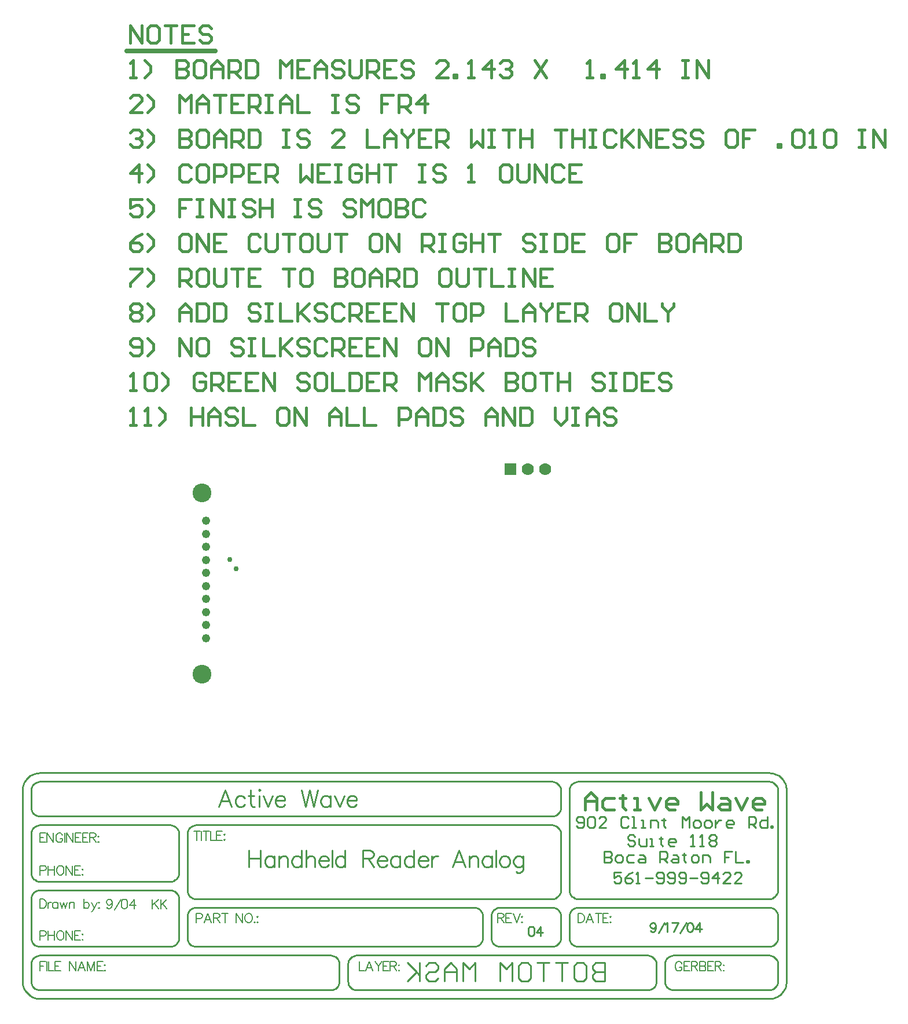
<source format=gbs>
%FSLAX24Y24*%
%MOIN*%
G70*
G01*
G75*
%ADD10C,0.0080*%
%ADD11R,0.0300X0.0300*%
%ADD12R,0.0800X0.0236*%
%ADD13R,0.0236X0.1100*%
%ADD14R,0.0236X0.0800*%
%ADD15R,0.0236X0.0700*%
%ADD16R,0.0236X0.1000*%
%ADD17R,0.0945X0.0236*%
%ADD18R,0.0700X0.0236*%
%ADD19R,0.0650X0.0236*%
%ADD20R,0.0200X0.0500*%
%ADD21R,0.0472X0.0472*%
%ADD22O,0.0600X0.0160*%
%ADD23O,0.0160X0.0600*%
%ADD24O,0.0800X0.0240*%
%ADD25R,0.0360X0.0360*%
%ADD26R,0.0200X0.0300*%
%ADD27R,0.0360X0.0500*%
%ADD28R,0.1000X0.0236*%
%ADD29R,0.0236X0.0945*%
%ADD30R,0.1500X0.0700*%
%ADD31R,0.0394X0.0413*%
%ADD32R,0.0413X0.0866*%
%ADD33R,0.0413X0.0800*%
%ADD34R,0.0400X0.0550*%
%ADD35O,0.0140X0.0600*%
%ADD36R,0.0600X0.0500*%
%ADD37R,0.2000X0.0700*%
%ADD38R,0.0500X0.0360*%
%ADD39R,0.0236X0.0236*%
%ADD40R,0.0550X0.0400*%
%ADD41C,0.0120*%
%ADD42R,0.0394X0.0394*%
%ADD43R,0.0394X0.0197*%
%ADD44R,0.0700X0.1500*%
%ADD45R,0.1100X0.0236*%
%ADD46R,0.0500X0.0500*%
%ADD47R,0.0500X0.0400*%
%ADD48C,0.0140*%
%ADD49C,0.0120*%
%ADD50C,0.0200*%
%ADD51C,0.0300*%
%ADD52C,0.0100*%
%ADD53C,0.0060*%
%ADD54C,0.0090*%
%ADD55C,0.0050*%
%ADD56C,0.0150*%
%ADD57C,0.0250*%
%ADD58C,0.0620*%
%ADD59R,0.0620X0.0620*%
%ADD60C,0.1000*%
%ADD61C,0.0400*%
%ADD62C,0.0220*%
%ADD63C,0.0030*%
%ADD64R,0.0380X0.0380*%
%ADD65R,0.0880X0.0316*%
%ADD66R,0.0316X0.1180*%
%ADD67R,0.0316X0.0880*%
%ADD68R,0.0316X0.0780*%
%ADD69R,0.0316X0.1080*%
%ADD70R,0.1025X0.0316*%
%ADD71R,0.0780X0.0316*%
%ADD72R,0.0730X0.0316*%
%ADD73R,0.0280X0.0580*%
%ADD74R,0.0552X0.0552*%
%ADD75O,0.0680X0.0240*%
%ADD76O,0.0240X0.0680*%
%ADD77O,0.0880X0.0320*%
%ADD78R,0.0440X0.0440*%
%ADD79R,0.0280X0.0380*%
%ADD80R,0.0440X0.0580*%
%ADD81R,0.1080X0.0316*%
%ADD82R,0.0316X0.1025*%
%ADD83R,0.1580X0.0780*%
%ADD84R,0.0474X0.0493*%
%ADD85R,0.0493X0.0946*%
%ADD86R,0.0493X0.0880*%
%ADD87R,0.0480X0.0630*%
%ADD88O,0.0220X0.0680*%
%ADD89R,0.0680X0.0580*%
%ADD90R,0.2080X0.0780*%
%ADD91R,0.0580X0.0440*%
%ADD92R,0.0316X0.0316*%
%ADD93R,0.0630X0.0480*%
%ADD94C,0.0200*%
%ADD95R,0.0474X0.0474*%
%ADD96R,0.0474X0.0277*%
%ADD97R,0.0780X0.1580*%
%ADD98R,0.1180X0.0316*%
%ADD99R,0.0580X0.0580*%
%ADD100R,0.0580X0.0480*%
%ADD101C,0.0700*%
%ADD102R,0.0700X0.0700*%
%ADD103C,0.1080*%
%ADD104C,0.0480*%
%ADD105C,0.0300*%
D10*
X79191Y52957D02*
X79165Y52881D01*
X79114Y52830D01*
X79038Y52805D01*
X79013D01*
X78937Y52830D01*
X78886Y52881D01*
X78860Y52957D01*
Y52983D01*
X78886Y53059D01*
X78937Y53110D01*
X79013Y53135D01*
X79038D01*
X79114Y53110D01*
X79165Y53059D01*
X79191Y52957D01*
Y52830D01*
X79165Y52704D01*
X79114Y52627D01*
X79038Y52602D01*
X78987D01*
X78911Y52627D01*
X78886Y52678D01*
X79335Y52526D02*
X79691Y53135D01*
X79879D02*
X79803Y53110D01*
X79752Y53034D01*
X79726Y52907D01*
Y52830D01*
X79752Y52704D01*
X79803Y52627D01*
X79879Y52602D01*
X79929D01*
X80006Y52627D01*
X80056Y52704D01*
X80082Y52830D01*
Y52907D01*
X80056Y53034D01*
X80006Y53110D01*
X79929Y53135D01*
X79879D01*
X80455D02*
X80201Y52780D01*
X80582D01*
X80455Y53135D02*
Y52602D01*
X81514Y53135D02*
Y52602D01*
X81869Y53135D02*
X81514Y52780D01*
X81641Y52907D02*
X81869Y52602D01*
X81989Y53135D02*
Y52602D01*
X82344Y53135D02*
X81989Y52780D01*
X82116Y52907D02*
X82344Y52602D01*
D52*
X107579Y49478D02*
Y48411D01*
X107045D01*
X106868Y48589D01*
Y48767D01*
X107045Y48944D01*
X107579D01*
X107045D01*
X106868Y49122D01*
Y49300D01*
X107045Y49478D01*
X107579D01*
X105979D02*
X106334D01*
X106512Y49300D01*
Y48589D01*
X106334Y48411D01*
X105979D01*
X105801Y48589D01*
Y49300D01*
X105979Y49478D01*
X105446D02*
X104735D01*
X105090D01*
Y48411D01*
X104380Y49478D02*
X103669D01*
X104024D01*
Y48411D01*
X102780Y49478D02*
X103136D01*
X103313Y49300D01*
Y48589D01*
X103136Y48411D01*
X102780D01*
X102602Y48589D01*
Y49300D01*
X102780Y49478D01*
X102247Y48411D02*
Y49478D01*
X101891Y49122D01*
X101536Y49478D01*
Y48411D01*
X100114D02*
Y49478D01*
X99759Y49122D01*
X99403Y49478D01*
Y48411D01*
X99048D02*
Y49122D01*
X98693Y49478D01*
X98337Y49122D01*
Y48411D01*
Y48944D01*
X99048D01*
X97271Y49300D02*
X97449Y49478D01*
X97804D01*
X97982Y49300D01*
Y49122D01*
X97804Y48944D01*
X97449D01*
X97271Y48767D01*
Y48589D01*
X97449Y48411D01*
X97804D01*
X97982Y48589D01*
X96915Y49478D02*
Y48411D01*
Y48767D01*
X96204Y49478D01*
X96738Y48944D01*
X96204Y48411D01*
X117531Y52173D02*
X117521Y52268D01*
X117494Y52360D01*
X117448Y52445D01*
X117387Y52519D01*
X117313Y52580D01*
X117228Y52625D01*
X117136Y52653D01*
X117041Y52663D01*
X106031D02*
X105933Y52653D01*
X105839Y52624D01*
X105753Y52578D01*
X105677Y52516D01*
X105615Y52440D01*
X105569Y52354D01*
X105540Y52260D01*
X105531Y52163D01*
X117031Y53163D02*
X117128Y53172D01*
X117222Y53201D01*
X117309Y53247D01*
X117384Y53309D01*
X117447Y53385D01*
X117493Y53471D01*
X117521Y53565D01*
X117531Y53663D01*
X105531D02*
X105540Y53565D01*
X105569Y53471D01*
X105615Y53385D01*
X105677Y53309D01*
X105753Y53247D01*
X105839Y53201D01*
X105933Y53172D01*
X106031Y53163D01*
X75031Y60413D02*
X74933Y60408D01*
X74836Y60393D01*
X74741Y60369D01*
X74648Y60336D01*
X74559Y60294D01*
X74475Y60244D01*
X74396Y60186D01*
X74324Y60120D01*
X74258Y60047D01*
X74199Y59968D01*
X74149Y59884D01*
X74107Y59795D01*
X74074Y59703D01*
X74050Y59608D01*
X74036Y59511D01*
X74031Y59413D01*
Y48423D02*
X74036Y48325D01*
X74050Y48228D01*
X74073Y48132D01*
X74106Y48040D01*
X74148Y47951D01*
X74197Y47867D01*
X74255Y47788D01*
X74320Y47715D01*
X74392Y47648D01*
X74471Y47589D01*
X74554Y47538D01*
X74642Y47495D01*
X74734Y47460D01*
X74829Y47435D01*
X74925Y47419D01*
X75023Y47413D01*
X117031Y47413D02*
X117129Y47417D01*
X117226Y47432D01*
X117321Y47456D01*
X117414Y47489D01*
X117502Y47531D01*
X117586Y47581D01*
X117665Y47639D01*
X117738Y47705D01*
X117804Y47778D01*
X117862Y47857D01*
X117913Y47941D01*
X117955Y48030D01*
X117988Y48122D01*
X118012Y48217D01*
X118026Y48314D01*
X118031Y48413D01*
Y59413D02*
X118026Y59511D01*
X118012Y59608D01*
X117988Y59703D01*
X117955Y59795D01*
X117913Y59884D01*
X117862Y59968D01*
X117804Y60047D01*
X117738Y60120D01*
X117665Y60186D01*
X117586Y60244D01*
X117502Y60294D01*
X117414Y60336D01*
X117321Y60369D01*
X117226Y60393D01*
X117129Y60408D01*
X117031Y60413D01*
X117531Y59423D02*
X117521Y59520D01*
X117492Y59614D01*
X117445Y59700D01*
X117381Y59775D01*
X117304Y59836D01*
X117216Y59880D01*
X117122Y59906D01*
X117024Y59912D01*
X117031Y50413D02*
X117128Y50422D01*
X117222Y50451D01*
X117309Y50497D01*
X117384Y50559D01*
X117447Y50635D01*
X117493Y50721D01*
X117521Y50815D01*
X117531Y50913D01*
X117531Y49421D02*
X117520Y49518D01*
X117490Y49610D01*
X117444Y49695D01*
X117381Y49769D01*
X117306Y49830D01*
X117220Y49875D01*
X117127Y49903D01*
X117031Y49913D01*
Y47913D02*
X117128Y47922D01*
X117222Y47951D01*
X117309Y47997D01*
X117384Y48059D01*
X117447Y48135D01*
X117493Y48221D01*
X117521Y48315D01*
X117531Y48413D01*
X104531Y50413D02*
X104628Y50422D01*
X104722Y50451D01*
X104809Y50497D01*
X104884Y50559D01*
X104947Y50635D01*
X104993Y50721D01*
X105021Y50815D01*
X105031Y50913D01*
X105531Y50903D02*
X105540Y50806D01*
X105569Y50713D01*
X105615Y50628D01*
X105677Y50553D01*
X105753Y50492D01*
X105839Y50447D01*
X105933Y50421D01*
X106029Y50413D01*
X105031Y52173D02*
X105021Y52268D01*
X104994Y52360D01*
X104948Y52445D01*
X104887Y52519D01*
X104813Y52580D01*
X104728Y52625D01*
X104636Y52653D01*
X104541Y52663D01*
X74531Y48413D02*
X74540Y48316D01*
X74568Y48223D01*
X74613Y48137D01*
X74674Y48062D01*
X74749Y48000D01*
X74833Y47953D01*
X74926Y47924D01*
X75022Y47913D01*
X104540Y53162D02*
X104636Y53174D01*
X104728Y53203D01*
X104813Y53250D01*
X104888Y53312D01*
X104948Y53387D01*
X104994Y53473D01*
X105022Y53566D01*
X105031Y53663D01*
X75031Y49913D02*
X74933Y49903D01*
X74839Y49874D01*
X74753Y49828D01*
X74677Y49766D01*
X74615Y49690D01*
X74569Y49604D01*
X74540Y49510D01*
X74531Y49413D01*
X105031Y56913D02*
X105021Y57010D01*
X104993Y57104D01*
X104947Y57190D01*
X104884Y57266D01*
X104809Y57328D01*
X104722Y57374D01*
X104628Y57403D01*
X104531Y57413D01*
Y57913D02*
X104628Y57922D01*
X104722Y57951D01*
X104809Y57997D01*
X104884Y58059D01*
X104947Y58135D01*
X104993Y58221D01*
X105021Y58315D01*
X105031Y58413D01*
X106031Y59913D02*
X105933Y59903D01*
X105839Y59874D01*
X105753Y59828D01*
X105677Y59766D01*
X105615Y59690D01*
X105569Y59604D01*
X105540Y59510D01*
X105531Y59413D01*
X105031D02*
X105021Y59510D01*
X104993Y59604D01*
X104947Y59690D01*
X104884Y59766D01*
X104809Y59828D01*
X104722Y59874D01*
X104628Y59903D01*
X104531Y59913D01*
X75031D02*
X74933Y59903D01*
X74839Y59874D01*
X74753Y59828D01*
X74677Y59766D01*
X74615Y59690D01*
X74569Y59604D01*
X74540Y59510D01*
X74531Y59413D01*
Y58413D02*
X74540Y58315D01*
X74569Y58221D01*
X74615Y58135D01*
X74677Y58059D01*
X74753Y57997D01*
X74839Y57951D01*
X74933Y57922D01*
X75031Y57913D01*
Y57413D02*
X74933Y57403D01*
X74839Y57374D01*
X74753Y57328D01*
X74677Y57266D01*
X74615Y57190D01*
X74569Y57104D01*
X74540Y57010D01*
X74531Y56913D01*
Y54663D02*
X74540Y54565D01*
X74569Y54471D01*
X74615Y54385D01*
X74677Y54309D01*
X74753Y54247D01*
X74839Y54201D01*
X74933Y54172D01*
X75031Y54163D01*
Y53663D02*
X74933Y53653D01*
X74839Y53624D01*
X74753Y53578D01*
X74677Y53516D01*
X74615Y53440D01*
X74569Y53354D01*
X74540Y53260D01*
X74531Y53163D01*
Y50913D02*
X74540Y50816D01*
X74568Y50723D01*
X74613Y50637D01*
X74674Y50562D01*
X74749Y50500D01*
X74833Y50453D01*
X74926Y50424D01*
X75022Y50413D01*
X84031Y57413D02*
X83933Y57403D01*
X83839Y57374D01*
X83753Y57328D01*
X83677Y57266D01*
X83615Y57190D01*
X83569Y57104D01*
X83540Y57010D01*
X83531Y56913D01*
X84031Y52663D02*
X83933Y52653D01*
X83839Y52624D01*
X83753Y52578D01*
X83677Y52516D01*
X83615Y52440D01*
X83569Y52354D01*
X83540Y52260D01*
X83531Y52163D01*
X101511Y52663D02*
X101414Y52653D01*
X101321Y52624D01*
X101236Y52576D01*
X101163Y52513D01*
X101103Y52436D01*
X101060Y52349D01*
X101036Y52254D01*
X101031Y52157D01*
X101031Y50923D02*
X101040Y50824D01*
X101069Y50729D01*
X101115Y50642D01*
X101177Y50565D01*
X101253Y50502D01*
X101340Y50454D01*
X101434Y50424D01*
X101532Y50413D01*
X100041Y50413D02*
X100137Y50422D01*
X100230Y50451D01*
X100316Y50497D01*
X100390Y50559D01*
X100451Y50635D01*
X100496Y50721D01*
X100523Y50814D01*
X100531Y50911D01*
X100531Y52173D02*
X100521Y52268D01*
X100494Y52360D01*
X100448Y52445D01*
X100387Y52519D01*
X100313Y52580D01*
X100228Y52625D01*
X100136Y52653D01*
X100041Y52663D01*
X82541Y50413D02*
X82636Y50422D01*
X82728Y50450D01*
X82813Y50495D01*
X82887Y50556D01*
X82948Y50630D01*
X82994Y50715D01*
X83021Y50807D01*
X83031Y50903D01*
X83531D02*
X83540Y50807D01*
X83568Y50715D01*
X83613Y50630D01*
X83674Y50556D01*
X83749Y50495D01*
X83833Y50450D01*
X83925Y50422D01*
X84021Y50413D01*
X83531Y53653D02*
X83540Y53557D01*
X83568Y53465D01*
X83613Y53380D01*
X83674Y53306D01*
X83749Y53245D01*
X83833Y53200D01*
X83925Y53172D01*
X84021Y53163D01*
X83031Y53173D02*
X83021Y53270D01*
X82992Y53364D01*
X82945Y53450D01*
X82881Y53525D01*
X82804Y53586D01*
X82716Y53630D01*
X82622Y53656D01*
X82524Y53662D01*
X82551Y54163D02*
X82644Y54172D01*
X82735Y54199D01*
X82817Y54243D01*
X82890Y54303D01*
X82950Y54376D01*
X82994Y54459D01*
X83022Y54549D01*
X83031Y54643D01*
Y56923D02*
X83021Y57018D01*
X82994Y57110D01*
X82948Y57195D01*
X82887Y57269D01*
X82813Y57330D01*
X82728Y57375D01*
X82636Y57403D01*
X82541Y57413D01*
X111531Y49913D02*
X111433Y49903D01*
X111339Y49874D01*
X111253Y49828D01*
X111177Y49766D01*
X111115Y49690D01*
X111069Y49604D01*
X111040Y49510D01*
X111031Y49413D01*
Y48403D02*
X111040Y48306D01*
X111069Y48213D01*
X111115Y48128D01*
X111177Y48053D01*
X111253Y47992D01*
X111339Y47947D01*
X111433Y47921D01*
X111529Y47913D01*
X110042Y47912D02*
X110139Y47921D01*
X110233Y47948D01*
X110318Y47994D01*
X110393Y48056D01*
X110454Y48132D01*
X110498Y48218D01*
X110524Y48312D01*
X110531Y48409D01*
X110531Y49413D02*
X110521Y49510D01*
X110493Y49604D01*
X110447Y49690D01*
X110384Y49766D01*
X110309Y49828D01*
X110222Y49874D01*
X110128Y49903D01*
X110031Y49913D01*
X92781Y48413D02*
X92790Y48316D01*
X92818Y48223D01*
X92863Y48137D01*
X92924Y48062D01*
X92999Y48000D01*
X93083Y47953D01*
X93176Y47924D01*
X93272Y47913D01*
X93281Y49913D02*
X93183Y49903D01*
X93089Y49874D01*
X93003Y49828D01*
X92927Y49766D01*
X92865Y49690D01*
X92819Y49604D01*
X92790Y49510D01*
X92781Y49413D01*
X91792Y47912D02*
X91889Y47921D01*
X91983Y47948D01*
X92068Y47994D01*
X92143Y48056D01*
X92204Y48132D01*
X92248Y48218D01*
X92274Y48312D01*
X92281Y48409D01*
X92281Y49413D02*
X92271Y49510D01*
X92243Y49604D01*
X92197Y49690D01*
X92134Y49766D01*
X92059Y49828D01*
X91972Y49874D01*
X91878Y49903D01*
X91781Y49913D01*
X117531Y50913D02*
Y52173D01*
X105531Y50913D02*
Y52163D01*
X117531Y53663D02*
Y59413D01*
X105531Y53663D02*
Y59413D01*
X74031Y48413D02*
Y59413D01*
X74531Y48413D02*
Y49413D01*
X117531Y48413D02*
Y49413D01*
X105031Y50913D02*
Y52163D01*
X101031Y50913D02*
Y52163D01*
X83531Y50913D02*
Y52163D01*
X100531Y50913D02*
Y52163D01*
X83531Y53663D02*
Y56913D01*
X105031Y53663D02*
Y56913D01*
Y58413D02*
Y59413D01*
X74531Y58413D02*
Y59413D01*
X83031Y54663D02*
Y56913D01*
X74531Y54663D02*
Y56913D01*
X83031Y50913D02*
Y53163D01*
X74531Y50913D02*
Y53163D01*
X118031Y48413D02*
Y59413D01*
X111031Y48413D02*
Y49413D01*
X110531Y48413D02*
Y49413D01*
X92781Y48413D02*
Y49413D01*
X92281Y48413D02*
Y49413D01*
X106031Y52663D02*
X117031D01*
X106031Y53163D02*
X117031D01*
X84031D02*
X104531D01*
X106031Y59913D02*
X117031D01*
X106031Y50413D02*
X117031D01*
X101531Y52663D02*
X104531D01*
X101531Y50413D02*
X104531D01*
X84031D02*
X100031D01*
X84031Y52663D02*
X100031D01*
X84031Y57413D02*
X104531D01*
X75031Y57913D02*
X104531D01*
X75031Y57413D02*
X82531D01*
X75031Y54163D02*
X82531D01*
X75031Y53663D02*
X82531D01*
X75031Y50413D02*
X82531D01*
X75031Y60413D02*
X117031D01*
X75031Y47413D02*
X117031D01*
X75031Y59913D02*
X104531D01*
X111531Y49913D02*
X117031D01*
X111531Y47913D02*
X117031D01*
X93281Y49913D02*
X110031D01*
X75031D02*
X91781D01*
X75031Y47913D02*
X91781D01*
X93281D02*
X110031D01*
X107542Y55894D02*
Y55254D01*
X107862D01*
X107968Y55361D01*
Y55468D01*
X107862Y55574D01*
X107542D01*
X107862D01*
X107968Y55681D01*
Y55787D01*
X107862Y55894D01*
X107542D01*
X108288Y55254D02*
X108501D01*
X108608Y55361D01*
Y55574D01*
X108501Y55681D01*
X108288D01*
X108181Y55574D01*
Y55361D01*
X108288Y55254D01*
X109248Y55681D02*
X108928D01*
X108821Y55574D01*
Y55361D01*
X108928Y55254D01*
X109248D01*
X109568Y55681D02*
X109781D01*
X109888Y55574D01*
Y55254D01*
X109568D01*
X109461Y55361D01*
X109568Y55468D01*
X109888D01*
X110741Y55254D02*
Y55894D01*
X111060D01*
X111167Y55787D01*
Y55574D01*
X111060Y55468D01*
X110741D01*
X110954D02*
X111167Y55254D01*
X111487Y55681D02*
X111700D01*
X111807Y55574D01*
Y55254D01*
X111487D01*
X111380Y55361D01*
X111487Y55468D01*
X111807D01*
X112127Y55787D02*
Y55681D01*
X112020D01*
X112233D01*
X112127D01*
Y55361D01*
X112233Y55254D01*
X112660D02*
X112873D01*
X112980Y55361D01*
Y55574D01*
X112873Y55681D01*
X112660D01*
X112553Y55574D01*
Y55361D01*
X112660Y55254D01*
X113193D02*
Y55681D01*
X113513D01*
X113620Y55574D01*
Y55254D01*
X114899Y55894D02*
X114473D01*
Y55574D01*
X114686D01*
X114473D01*
Y55254D01*
X115113Y55894D02*
Y55254D01*
X115539D01*
X115752D02*
Y55361D01*
X115859D01*
Y55254D01*
X115752D01*
X105942Y57361D02*
X106048Y57254D01*
X106262D01*
X106368Y57361D01*
Y57787D01*
X106262Y57894D01*
X106048D01*
X105942Y57787D01*
Y57681D01*
X106048Y57574D01*
X106368D01*
X106581Y57787D02*
X106688Y57894D01*
X106901D01*
X107008Y57787D01*
Y57361D01*
X106901Y57254D01*
X106688D01*
X106581Y57361D01*
Y57787D01*
X107648Y57254D02*
X107221D01*
X107648Y57681D01*
Y57787D01*
X107541Y57894D01*
X107328D01*
X107221Y57787D01*
X108927D02*
X108821Y57894D01*
X108607D01*
X108501Y57787D01*
Y57361D01*
X108607Y57254D01*
X108821D01*
X108927Y57361D01*
X109141Y57254D02*
X109354D01*
X109247D01*
Y57894D01*
X109141D01*
X109674Y57254D02*
X109887D01*
X109780D01*
Y57681D01*
X109674D01*
X110207Y57254D02*
Y57681D01*
X110527D01*
X110633Y57574D01*
Y57254D01*
X110953Y57787D02*
Y57681D01*
X110847D01*
X111060D01*
X110953D01*
Y57361D01*
X111060Y57254D01*
X112020D02*
Y57894D01*
X112233Y57681D01*
X112446Y57894D01*
Y57254D01*
X112766D02*
X112979D01*
X113086Y57361D01*
Y57574D01*
X112979Y57681D01*
X112766D01*
X112659Y57574D01*
Y57361D01*
X112766Y57254D01*
X113406D02*
X113619D01*
X113726Y57361D01*
Y57574D01*
X113619Y57681D01*
X113406D01*
X113299Y57574D01*
Y57361D01*
X113406Y57254D01*
X113939Y57681D02*
Y57254D01*
Y57468D01*
X114046Y57574D01*
X114152Y57681D01*
X114259D01*
X114899Y57254D02*
X114685D01*
X114579Y57361D01*
Y57574D01*
X114685Y57681D01*
X114899D01*
X115005Y57574D01*
Y57468D01*
X114579D01*
X115858Y57254D02*
Y57894D01*
X116178D01*
X116285Y57787D01*
Y57574D01*
X116178Y57468D01*
X115858D01*
X116072D02*
X116285Y57254D01*
X116925Y57894D02*
Y57254D01*
X116605D01*
X116498Y57361D01*
Y57574D01*
X116605Y57681D01*
X116925D01*
X117138Y57254D02*
Y57361D01*
X117245D01*
Y57254D01*
X117138D01*
X108518Y54694D02*
X108092D01*
Y54374D01*
X108305Y54481D01*
X108412D01*
X108518Y54374D01*
Y54161D01*
X108412Y54054D01*
X108198D01*
X108092Y54161D01*
X109158Y54694D02*
X108945Y54587D01*
X108731Y54374D01*
Y54161D01*
X108838Y54054D01*
X109051D01*
X109158Y54161D01*
Y54268D01*
X109051Y54374D01*
X108731D01*
X109371Y54054D02*
X109584D01*
X109478D01*
Y54694D01*
X109371Y54587D01*
X109904Y54374D02*
X110331D01*
X110544Y54161D02*
X110651Y54054D01*
X110864D01*
X110971Y54161D01*
Y54587D01*
X110864Y54694D01*
X110651D01*
X110544Y54587D01*
Y54481D01*
X110651Y54374D01*
X110971D01*
X111184Y54161D02*
X111291Y54054D01*
X111504D01*
X111610Y54161D01*
Y54587D01*
X111504Y54694D01*
X111291D01*
X111184Y54587D01*
Y54481D01*
X111291Y54374D01*
X111610D01*
X111824Y54161D02*
X111930Y54054D01*
X112144D01*
X112250Y54161D01*
Y54587D01*
X112144Y54694D01*
X111930D01*
X111824Y54587D01*
Y54481D01*
X111930Y54374D01*
X112250D01*
X112464D02*
X112890D01*
X113103Y54161D02*
X113210Y54054D01*
X113423D01*
X113530Y54161D01*
Y54587D01*
X113423Y54694D01*
X113210D01*
X113103Y54587D01*
Y54481D01*
X113210Y54374D01*
X113530D01*
X114063Y54054D02*
Y54694D01*
X113743Y54374D01*
X114170D01*
X114809Y54054D02*
X114383D01*
X114809Y54481D01*
Y54587D01*
X114703Y54694D01*
X114490D01*
X114383Y54587D01*
X115449Y54054D02*
X115023D01*
X115449Y54481D01*
Y54587D01*
X115343Y54694D01*
X115129D01*
X115023Y54587D01*
X109318Y56737D02*
X109212Y56844D01*
X108998D01*
X108892Y56737D01*
Y56631D01*
X108998Y56524D01*
X109212D01*
X109318Y56418D01*
Y56311D01*
X109212Y56204D01*
X108998D01*
X108892Y56311D01*
X109531Y56631D02*
Y56311D01*
X109638Y56204D01*
X109958D01*
Y56631D01*
X110171Y56204D02*
X110384D01*
X110278D01*
Y56631D01*
X110171D01*
X110811Y56737D02*
Y56631D01*
X110704D01*
X110918D01*
X110811D01*
Y56311D01*
X110918Y56204D01*
X111557D02*
X111344D01*
X111238Y56311D01*
Y56524D01*
X111344Y56631D01*
X111557D01*
X111664Y56524D01*
Y56418D01*
X111238D01*
X112517Y56204D02*
X112730D01*
X112624D01*
Y56844D01*
X112517Y56737D01*
X113050Y56204D02*
X113264D01*
X113157D01*
Y56844D01*
X113050Y56737D01*
X113583D02*
X113690Y56844D01*
X113903D01*
X114010Y56737D01*
Y56631D01*
X113903Y56524D01*
X114010Y56418D01*
Y56311D01*
X113903Y56204D01*
X113690D01*
X113583Y56311D01*
Y56418D01*
X113690Y56524D01*
X113583Y56631D01*
Y56737D01*
X113690Y56524D02*
X113903D01*
D54*
X103308Y51571D02*
X103232Y51545D01*
X103181Y51469D01*
X103156Y51342D01*
Y51266D01*
X103181Y51139D01*
X103232Y51063D01*
X103308Y51038D01*
X103359D01*
X103435Y51063D01*
X103486Y51139D01*
X103511Y51266D01*
Y51342D01*
X103486Y51469D01*
X103435Y51545D01*
X103359Y51571D01*
X103308D01*
X103885D02*
X103631Y51215D01*
X104012D01*
X103885Y51571D02*
Y51038D01*
X87085Y55947D02*
Y54987D01*
X87725Y55947D02*
Y54987D01*
X87085Y55490D02*
X87725D01*
X88538Y55627D02*
Y54987D01*
Y55490D02*
X88447Y55581D01*
X88355Y55627D01*
X88218D01*
X88127Y55581D01*
X88036Y55490D01*
X87990Y55353D01*
Y55261D01*
X88036Y55124D01*
X88127Y55033D01*
X88218Y54987D01*
X88355D01*
X88447Y55033D01*
X88538Y55124D01*
X88794Y55627D02*
Y54987D01*
Y55444D02*
X88931Y55581D01*
X89023Y55627D01*
X89160D01*
X89251Y55581D01*
X89297Y55444D01*
Y54987D01*
X90097Y55947D02*
Y54987D01*
Y55490D02*
X90005Y55581D01*
X89914Y55627D01*
X89777D01*
X89685Y55581D01*
X89594Y55490D01*
X89548Y55353D01*
Y55261D01*
X89594Y55124D01*
X89685Y55033D01*
X89777Y54987D01*
X89914D01*
X90005Y55033D01*
X90097Y55124D01*
X90353Y55947D02*
Y54987D01*
Y55444D02*
X90490Y55581D01*
X90581Y55627D01*
X90718D01*
X90810Y55581D01*
X90856Y55444D01*
Y54987D01*
X91107Y55353D02*
X91655D01*
Y55444D01*
X91610Y55535D01*
X91564Y55581D01*
X91473Y55627D01*
X91335D01*
X91244Y55581D01*
X91153Y55490D01*
X91107Y55353D01*
Y55261D01*
X91153Y55124D01*
X91244Y55033D01*
X91335Y54987D01*
X91473D01*
X91564Y55033D01*
X91655Y55124D01*
X91861Y55947D02*
Y54987D01*
X92611Y55947D02*
Y54987D01*
Y55490D02*
X92519Y55581D01*
X92428Y55627D01*
X92291D01*
X92199Y55581D01*
X92108Y55490D01*
X92062Y55353D01*
Y55261D01*
X92108Y55124D01*
X92199Y55033D01*
X92291Y54987D01*
X92428D01*
X92519Y55033D01*
X92611Y55124D01*
X93621Y55947D02*
Y54987D01*
Y55947D02*
X94032D01*
X94169Y55901D01*
X94215Y55855D01*
X94261Y55764D01*
Y55672D01*
X94215Y55581D01*
X94169Y55535D01*
X94032Y55490D01*
X93621D01*
X93941D02*
X94261Y54987D01*
X94475Y55353D02*
X95024D01*
Y55444D01*
X94978Y55535D01*
X94932Y55581D01*
X94841Y55627D01*
X94704D01*
X94612Y55581D01*
X94521Y55490D01*
X94475Y55353D01*
Y55261D01*
X94521Y55124D01*
X94612Y55033D01*
X94704Y54987D01*
X94841D01*
X94932Y55033D01*
X95024Y55124D01*
X95778Y55627D02*
Y54987D01*
Y55490D02*
X95686Y55581D01*
X95595Y55627D01*
X95458D01*
X95367Y55581D01*
X95275Y55490D01*
X95229Y55353D01*
Y55261D01*
X95275Y55124D01*
X95367Y55033D01*
X95458Y54987D01*
X95595D01*
X95686Y55033D01*
X95778Y55124D01*
X96582Y55947D02*
Y54987D01*
Y55490D02*
X96491Y55581D01*
X96399Y55627D01*
X96262D01*
X96171Y55581D01*
X96080Y55490D01*
X96034Y55353D01*
Y55261D01*
X96080Y55124D01*
X96171Y55033D01*
X96262Y54987D01*
X96399D01*
X96491Y55033D01*
X96582Y55124D01*
X96838Y55353D02*
X97387D01*
Y55444D01*
X97341Y55535D01*
X97295Y55581D01*
X97204Y55627D01*
X97067D01*
X96975Y55581D01*
X96884Y55490D01*
X96838Y55353D01*
Y55261D01*
X96884Y55124D01*
X96975Y55033D01*
X97067Y54987D01*
X97204D01*
X97295Y55033D01*
X97387Y55124D01*
X97592Y55627D02*
Y54987D01*
Y55353D02*
X97638Y55490D01*
X97729Y55581D01*
X97821Y55627D01*
X97958D01*
X99530Y54987D02*
X99165Y55947D01*
X98799Y54987D01*
X98936Y55307D02*
X99393D01*
X99754Y55627D02*
Y54987D01*
Y55444D02*
X99891Y55581D01*
X99983Y55627D01*
X100120D01*
X100211Y55581D01*
X100257Y55444D01*
Y54987D01*
X101057Y55627D02*
Y54987D01*
Y55490D02*
X100965Y55581D01*
X100874Y55627D01*
X100737D01*
X100645Y55581D01*
X100554Y55490D01*
X100508Y55353D01*
Y55261D01*
X100554Y55124D01*
X100645Y55033D01*
X100737Y54987D01*
X100874D01*
X100965Y55033D01*
X101057Y55124D01*
X101313Y55947D02*
Y54987D01*
X101742Y55627D02*
X101651Y55581D01*
X101560Y55490D01*
X101514Y55353D01*
Y55261D01*
X101560Y55124D01*
X101651Y55033D01*
X101742Y54987D01*
X101879D01*
X101971Y55033D01*
X102062Y55124D01*
X102108Y55261D01*
Y55353D01*
X102062Y55490D01*
X101971Y55581D01*
X101879Y55627D01*
X101742D01*
X102867D02*
Y54895D01*
X102821Y54758D01*
X102775Y54713D01*
X102684Y54667D01*
X102547D01*
X102455Y54713D01*
X102867Y55490D02*
X102775Y55581D01*
X102684Y55627D01*
X102547D01*
X102455Y55581D01*
X102364Y55490D01*
X102318Y55353D01*
Y55261D01*
X102364Y55124D01*
X102455Y55033D01*
X102547Y54987D01*
X102684D01*
X102775Y55033D01*
X102867Y55124D01*
X86062Y58463D02*
X85696Y59422D01*
X85331Y58463D01*
X85468Y58782D02*
X85925D01*
X86834Y58965D02*
X86743Y59057D01*
X86652Y59102D01*
X86515D01*
X86423Y59057D01*
X86332Y58965D01*
X86286Y58828D01*
Y58737D01*
X86332Y58600D01*
X86423Y58508D01*
X86515Y58463D01*
X86652D01*
X86743Y58508D01*
X86834Y58600D01*
X87177Y59422D02*
Y58645D01*
X87223Y58508D01*
X87314Y58463D01*
X87406D01*
X87040Y59102D02*
X87360D01*
X87634Y59422D02*
X87680Y59377D01*
X87726Y59422D01*
X87680Y59468D01*
X87634Y59422D01*
X87680Y59102D02*
Y58463D01*
X87895Y59102D02*
X88169Y58463D01*
X88443Y59102D02*
X88169Y58463D01*
X88599Y58828D02*
X89147D01*
Y58920D01*
X89101Y59011D01*
X89056Y59057D01*
X88964Y59102D01*
X88827D01*
X88736Y59057D01*
X88644Y58965D01*
X88599Y58828D01*
Y58737D01*
X88644Y58600D01*
X88736Y58508D01*
X88827Y58463D01*
X88964D01*
X89056Y58508D01*
X89147Y58600D01*
X90107Y59422D02*
X90335Y58463D01*
X90564Y59422D02*
X90335Y58463D01*
X90564Y59422D02*
X90793Y58463D01*
X91021Y59422D02*
X90793Y58463D01*
X91761Y59102D02*
Y58463D01*
Y58965D02*
X91670Y59057D01*
X91579Y59102D01*
X91442D01*
X91350Y59057D01*
X91259Y58965D01*
X91213Y58828D01*
Y58737D01*
X91259Y58600D01*
X91350Y58508D01*
X91442Y58463D01*
X91579D01*
X91670Y58508D01*
X91761Y58600D01*
X92017Y59102D02*
X92292Y58463D01*
X92566Y59102D02*
X92292Y58463D01*
X92721Y58828D02*
X93270D01*
Y58920D01*
X93224Y59011D01*
X93178Y59057D01*
X93087Y59102D01*
X92950D01*
X92858Y59057D01*
X92767Y58965D01*
X92721Y58828D01*
Y58737D01*
X92767Y58600D01*
X92858Y58508D01*
X92950Y58463D01*
X93087D01*
X93178Y58508D01*
X93270Y58600D01*
X110509Y51613D02*
X110483Y51537D01*
X110432Y51486D01*
X110356Y51461D01*
X110331D01*
X110255Y51486D01*
X110204Y51537D01*
X110179Y51613D01*
Y51639D01*
X110204Y51715D01*
X110255Y51766D01*
X110331Y51791D01*
X110356D01*
X110432Y51766D01*
X110483Y51715D01*
X110509Y51613D01*
Y51486D01*
X110483Y51359D01*
X110432Y51283D01*
X110356Y51258D01*
X110305D01*
X110229Y51283D01*
X110204Y51334D01*
X110653Y51182D02*
X111009Y51791D01*
X111044Y51690D02*
X111095Y51715D01*
X111171Y51791D01*
Y51258D01*
X111791Y51791D02*
X111537Y51258D01*
X111435Y51791D02*
X111791D01*
X111910Y51182D02*
X112266Y51791D01*
X112454D02*
X112377Y51766D01*
X112327Y51690D01*
X112301Y51563D01*
Y51486D01*
X112327Y51359D01*
X112377Y51283D01*
X112454Y51258D01*
X112504D01*
X112581Y51283D01*
X112631Y51359D01*
X112657Y51486D01*
Y51563D01*
X112631Y51690D01*
X112581Y51766D01*
X112504Y51791D01*
X112454D01*
X113030D02*
X112776Y51436D01*
X113157D01*
X113030Y51791D02*
Y51258D01*
D55*
X106031Y52321D02*
Y51788D01*
Y52321D02*
X106209D01*
X106285Y52295D01*
X106336Y52245D01*
X106361Y52194D01*
X106386Y52118D01*
Y51991D01*
X106361Y51914D01*
X106336Y51864D01*
X106285Y51813D01*
X106209Y51788D01*
X106031D01*
X106912D02*
X106709Y52321D01*
X106506Y51788D01*
X106582Y51965D02*
X106836D01*
X107214Y52321D02*
Y51788D01*
X107036Y52321D02*
X107392D01*
X107785D02*
X107455D01*
Y51788D01*
X107785D01*
X107455Y52067D02*
X107658D01*
X107900Y52143D02*
X107874Y52118D01*
X107900Y52092D01*
X107925Y52118D01*
X107900Y52143D01*
Y51838D02*
X107874Y51813D01*
X107900Y51788D01*
X107925Y51813D01*
X107900Y51838D01*
X101406Y52321D02*
Y51788D01*
Y52321D02*
X101634D01*
X101711Y52295D01*
X101736Y52270D01*
X101761Y52219D01*
Y52168D01*
X101736Y52118D01*
X101711Y52092D01*
X101634Y52067D01*
X101406D01*
X101584D02*
X101761Y51788D01*
X102211Y52321D02*
X101881D01*
Y51788D01*
X102211D01*
X101881Y52067D02*
X102084D01*
X102300Y52321D02*
X102503Y51788D01*
X102706Y52321D02*
X102503Y51788D01*
X102800Y52143D02*
X102774Y52118D01*
X102800Y52092D01*
X102825Y52118D01*
X102800Y52143D01*
Y51838D02*
X102774Y51813D01*
X102800Y51788D01*
X102825Y51813D01*
X102800Y51838D01*
X75031Y54791D02*
X75259D01*
X75336Y54817D01*
X75361Y54842D01*
X75386Y54893D01*
Y54969D01*
X75361Y55020D01*
X75336Y55045D01*
X75259Y55071D01*
X75031D01*
Y54538D01*
X75506Y55071D02*
Y54538D01*
X75861Y55071D02*
Y54538D01*
X75506Y54817D02*
X75861D01*
X76161Y55071D02*
X76110Y55045D01*
X76059Y54995D01*
X76034Y54944D01*
X76008Y54868D01*
Y54741D01*
X76034Y54664D01*
X76059Y54614D01*
X76110Y54563D01*
X76161Y54538D01*
X76262D01*
X76313Y54563D01*
X76364Y54614D01*
X76389Y54664D01*
X76415Y54741D01*
Y54868D01*
X76389Y54944D01*
X76364Y54995D01*
X76313Y55045D01*
X76262Y55071D01*
X76161D01*
X76539D02*
Y54538D01*
Y55071D02*
X76895Y54538D01*
Y55071D02*
Y54538D01*
X77372Y55071D02*
X77042D01*
Y54538D01*
X77372D01*
X77042Y54817D02*
X77245D01*
X77486Y54893D02*
X77461Y54868D01*
X77486Y54842D01*
X77512Y54868D01*
X77486Y54893D01*
Y54588D02*
X77461Y54563D01*
X77486Y54538D01*
X77512Y54563D01*
X77486Y54588D01*
X75031Y51041D02*
X75259D01*
X75336Y51067D01*
X75361Y51092D01*
X75386Y51143D01*
Y51219D01*
X75361Y51270D01*
X75336Y51295D01*
X75259Y51321D01*
X75031D01*
Y50788D01*
X75506Y51321D02*
Y50788D01*
X75861Y51321D02*
Y50788D01*
X75506Y51067D02*
X75861D01*
X76161Y51321D02*
X76110Y51295D01*
X76059Y51245D01*
X76034Y51194D01*
X76008Y51118D01*
Y50991D01*
X76034Y50914D01*
X76059Y50864D01*
X76110Y50813D01*
X76161Y50788D01*
X76262D01*
X76313Y50813D01*
X76364Y50864D01*
X76389Y50914D01*
X76415Y50991D01*
Y51118D01*
X76389Y51194D01*
X76364Y51245D01*
X76313Y51295D01*
X76262Y51321D01*
X76161D01*
X76539D02*
Y50788D01*
Y51321D02*
X76895Y50788D01*
Y51321D02*
Y50788D01*
X77372Y51321D02*
X77042D01*
Y50788D01*
X77372D01*
X77042Y51067D02*
X77245D01*
X77486Y51143D02*
X77461Y51118D01*
X77486Y51092D01*
X77512Y51118D01*
X77486Y51143D01*
Y50838D02*
X77461Y50813D01*
X77486Y50788D01*
X77512Y50813D01*
X77486Y50838D01*
X93431Y49546D02*
Y49013D01*
X93736D01*
X94200D02*
X93997Y49546D01*
X93794Y49013D01*
X93870Y49190D02*
X94124D01*
X94325Y49546D02*
X94528Y49292D01*
Y49013D01*
X94731Y49546D02*
X94528Y49292D01*
X95130Y49546D02*
X94799D01*
Y49013D01*
X95130D01*
X94799Y49292D02*
X95003D01*
X95218Y49546D02*
Y49013D01*
Y49546D02*
X95447D01*
X95523Y49520D01*
X95548Y49495D01*
X95574Y49444D01*
Y49393D01*
X95548Y49343D01*
X95523Y49317D01*
X95447Y49292D01*
X95218D01*
X95396D02*
X95574Y49013D01*
X95719Y49368D02*
X95693Y49343D01*
X95719Y49317D01*
X95744Y49343D01*
X95719Y49368D01*
Y49063D02*
X95693Y49038D01*
X95719Y49013D01*
X95744Y49038D01*
X95719Y49063D01*
X75361Y56946D02*
X75031D01*
Y56413D01*
X75361D01*
X75031Y56692D02*
X75234D01*
X75450Y56946D02*
Y56413D01*
Y56946D02*
X75805Y56413D01*
Y56946D02*
Y56413D01*
X76333Y56819D02*
X76308Y56870D01*
X76257Y56920D01*
X76206Y56946D01*
X76105D01*
X76054Y56920D01*
X76003Y56870D01*
X75978Y56819D01*
X75953Y56743D01*
Y56616D01*
X75978Y56539D01*
X76003Y56489D01*
X76054Y56438D01*
X76105Y56413D01*
X76206D01*
X76257Y56438D01*
X76308Y56489D01*
X76333Y56539D01*
Y56616D01*
X76206D02*
X76333D01*
X76455Y56946D02*
Y56413D01*
X76567Y56946D02*
Y56413D01*
Y56946D02*
X76922Y56413D01*
Y56946D02*
Y56413D01*
X77400Y56946D02*
X77070D01*
Y56413D01*
X77400D01*
X77070Y56692D02*
X77273D01*
X77819Y56946D02*
X77489D01*
Y56413D01*
X77819D01*
X77489Y56692D02*
X77692D01*
X77908Y56946D02*
Y56413D01*
Y56946D02*
X78136D01*
X78212Y56920D01*
X78238Y56895D01*
X78263Y56844D01*
Y56793D01*
X78238Y56743D01*
X78212Y56717D01*
X78136Y56692D01*
X77908D01*
X78085D02*
X78263Y56413D01*
X78408Y56768D02*
X78383Y56743D01*
X78408Y56717D01*
X78433Y56743D01*
X78408Y56768D01*
Y56463D02*
X78383Y56438D01*
X78408Y56413D01*
X78433Y56438D01*
X78408Y56463D01*
X84031Y52041D02*
X84259D01*
X84336Y52067D01*
X84361Y52092D01*
X84386Y52143D01*
Y52219D01*
X84361Y52270D01*
X84336Y52295D01*
X84259Y52321D01*
X84031D01*
Y51788D01*
X84912D02*
X84709Y52321D01*
X84506Y51788D01*
X84582Y51965D02*
X84836D01*
X85036Y52321D02*
Y51788D01*
Y52321D02*
X85265D01*
X85341Y52295D01*
X85366Y52270D01*
X85392Y52219D01*
Y52168D01*
X85366Y52118D01*
X85341Y52092D01*
X85265Y52067D01*
X85036D01*
X85214D02*
X85392Y51788D01*
X85689Y52321D02*
Y51788D01*
X85511Y52321D02*
X85867D01*
X86349D02*
Y51788D01*
Y52321D02*
X86705Y51788D01*
Y52321D02*
Y51788D01*
X87004Y52321D02*
X86953Y52295D01*
X86903Y52245D01*
X86877Y52194D01*
X86852Y52118D01*
Y51991D01*
X86877Y51914D01*
X86903Y51864D01*
X86953Y51813D01*
X87004Y51788D01*
X87106D01*
X87157Y51813D01*
X87207Y51864D01*
X87233Y51914D01*
X87258Y51991D01*
Y52118D01*
X87233Y52194D01*
X87207Y52245D01*
X87157Y52295D01*
X87106Y52321D01*
X87004D01*
X87408Y51838D02*
X87383Y51813D01*
X87408Y51788D01*
X87433Y51813D01*
X87408Y51838D01*
X87575Y52143D02*
X87550Y52118D01*
X87575Y52092D01*
X87601Y52118D01*
X87575Y52143D01*
Y51838D02*
X87550Y51813D01*
X87575Y51788D01*
X87601Y51813D01*
X87575Y51838D01*
X84084Y57071D02*
Y56538D01*
X83906Y57071D02*
X84261D01*
X84325D02*
Y56538D01*
X84614Y57071D02*
Y56538D01*
X84437Y57071D02*
X84792D01*
X84855D02*
Y56538D01*
X85160D01*
X85549Y57071D02*
X85219D01*
Y56538D01*
X85549D01*
X85219Y56817D02*
X85422D01*
X85663Y56893D02*
X85638Y56868D01*
X85663Y56842D01*
X85688Y56868D01*
X85663Y56893D01*
Y56588D02*
X85638Y56563D01*
X85663Y56538D01*
X85688Y56563D01*
X85663Y56588D01*
X75031Y53146D02*
Y52613D01*
Y53146D02*
X75209D01*
X75285Y53120D01*
X75336Y53070D01*
X75361Y53019D01*
X75386Y52943D01*
Y52816D01*
X75361Y52739D01*
X75336Y52689D01*
X75285Y52638D01*
X75209Y52613D01*
X75031D01*
X75506Y52968D02*
Y52613D01*
Y52816D02*
X75531Y52892D01*
X75582Y52943D01*
X75633Y52968D01*
X75709D01*
X76062D02*
Y52613D01*
Y52892D02*
X76011Y52943D01*
X75960Y52968D01*
X75884D01*
X75833Y52943D01*
X75782Y52892D01*
X75757Y52816D01*
Y52765D01*
X75782Y52689D01*
X75833Y52638D01*
X75884Y52613D01*
X75960D01*
X76011Y52638D01*
X76062Y52689D01*
X76204Y52968D02*
X76305Y52613D01*
X76407Y52968D02*
X76305Y52613D01*
X76407Y52968D02*
X76509Y52613D01*
X76610Y52968D02*
X76509Y52613D01*
X76735Y52968D02*
Y52613D01*
Y52866D02*
X76811Y52943D01*
X76862Y52968D01*
X76938D01*
X76989Y52943D01*
X77014Y52866D01*
Y52613D01*
X77573Y53146D02*
Y52613D01*
Y52892D02*
X77623Y52943D01*
X77674Y52968D01*
X77750D01*
X77801Y52943D01*
X77852Y52892D01*
X77877Y52816D01*
Y52765D01*
X77852Y52689D01*
X77801Y52638D01*
X77750Y52613D01*
X77674D01*
X77623Y52638D01*
X77573Y52689D01*
X78017Y52968D02*
X78169Y52613D01*
X78322Y52968D02*
X78169Y52613D01*
X78118Y52511D01*
X78068Y52460D01*
X78017Y52435D01*
X77991D01*
X78436Y52968D02*
X78410Y52943D01*
X78436Y52917D01*
X78461Y52943D01*
X78436Y52968D01*
Y52663D02*
X78410Y52638D01*
X78436Y52613D01*
X78461Y52638D01*
X78436Y52663D01*
X75031Y49546D02*
Y49013D01*
Y49546D02*
X75361D01*
X75031Y49292D02*
X75234D01*
X75422Y49546D02*
Y49013D01*
X75534Y49546D02*
Y49013D01*
X75838D01*
X76227Y49546D02*
X75897D01*
Y49013D01*
X76227D01*
X75897Y49292D02*
X76100D01*
X76735Y49546D02*
Y49013D01*
Y49546D02*
X77090Y49013D01*
Y49546D02*
Y49013D01*
X77644D02*
X77440Y49546D01*
X77237Y49013D01*
X77314Y49190D02*
X77567D01*
X77768Y49546D02*
Y49013D01*
Y49546D02*
X77971Y49013D01*
X78174Y49546D02*
X77971Y49013D01*
X78174Y49546D02*
Y49013D01*
X78657Y49546D02*
X78327D01*
Y49013D01*
X78657D01*
X78327Y49292D02*
X78530D01*
X78771Y49368D02*
X78746Y49343D01*
X78771Y49317D01*
X78796Y49343D01*
X78771Y49368D01*
Y49063D02*
X78746Y49038D01*
X78771Y49013D01*
X78796Y49038D01*
X78771Y49063D01*
X112012Y49419D02*
X111986Y49470D01*
X111936Y49520D01*
X111885Y49546D01*
X111783D01*
X111732Y49520D01*
X111682Y49470D01*
X111656Y49419D01*
X111631Y49343D01*
Y49216D01*
X111656Y49139D01*
X111682Y49089D01*
X111732Y49038D01*
X111783Y49013D01*
X111885D01*
X111936Y49038D01*
X111986Y49089D01*
X112012Y49139D01*
Y49216D01*
X111885D02*
X112012D01*
X112464Y49546D02*
X112134D01*
Y49013D01*
X112464D01*
X112134Y49292D02*
X112337D01*
X112553Y49546D02*
Y49013D01*
Y49546D02*
X112781D01*
X112857Y49520D01*
X112883Y49495D01*
X112908Y49444D01*
Y49393D01*
X112883Y49343D01*
X112857Y49317D01*
X112781Y49292D01*
X112553D01*
X112730D02*
X112908Y49013D01*
X113027Y49546D02*
Y49013D01*
Y49546D02*
X113256D01*
X113332Y49520D01*
X113357Y49495D01*
X113383Y49444D01*
Y49393D01*
X113357Y49343D01*
X113332Y49317D01*
X113256Y49292D01*
X113027D02*
X113256D01*
X113332Y49266D01*
X113357Y49241D01*
X113383Y49190D01*
Y49114D01*
X113357Y49063D01*
X113332Y49038D01*
X113256Y49013D01*
X113027D01*
X113832Y49546D02*
X113502D01*
Y49013D01*
X113832D01*
X113502Y49292D02*
X113705D01*
X113921Y49546D02*
Y49013D01*
Y49546D02*
X114150D01*
X114226Y49520D01*
X114251Y49495D01*
X114277Y49444D01*
Y49393D01*
X114251Y49343D01*
X114226Y49317D01*
X114150Y49292D01*
X113921D01*
X114099D02*
X114277Y49013D01*
X114421Y49368D02*
X114396Y49343D01*
X114421Y49317D01*
X114447Y49343D01*
X114421Y49368D01*
Y49063D02*
X114396Y49038D01*
X114421Y49013D01*
X114447Y49038D01*
X114421Y49063D01*
D56*
X106442Y58304D02*
Y58971D01*
X106775Y59304D01*
X107108Y58971D01*
Y58304D01*
Y58804D01*
X106442D01*
X108108Y58971D02*
X107608D01*
X107441Y58804D01*
Y58471D01*
X107608Y58304D01*
X108108D01*
X108608Y59137D02*
Y58971D01*
X108441D01*
X108774D01*
X108608D01*
Y58471D01*
X108774Y58304D01*
X109274D02*
X109607D01*
X109441D01*
Y58971D01*
X109274D01*
X110107D02*
X110440Y58304D01*
X110774Y58971D01*
X111607Y58304D02*
X111273D01*
X111107Y58471D01*
Y58804D01*
X111273Y58971D01*
X111607D01*
X111773Y58804D01*
Y58637D01*
X111107D01*
X113106Y59304D02*
Y58304D01*
X113439Y58637D01*
X113773Y58304D01*
Y59304D01*
X114272Y58971D02*
X114606D01*
X114772Y58804D01*
Y58304D01*
X114272D01*
X114106Y58471D01*
X114272Y58637D01*
X114772D01*
X115105Y58971D02*
X115439Y58304D01*
X115772Y58971D01*
X116605Y58304D02*
X116272D01*
X116105Y58471D01*
Y58804D01*
X116272Y58971D01*
X116605D01*
X116772Y58804D01*
Y58637D01*
X116105D01*
X80222Y97257D02*
X80388Y97424D01*
X80721D01*
X80888Y97257D01*
Y97091D01*
X80721Y96924D01*
X80555D01*
X80721D01*
X80888Y96757D01*
Y96591D01*
X80721Y96424D01*
X80388D01*
X80222Y96591D01*
X81221Y96424D02*
X81555Y96757D01*
Y97091D01*
X81221Y97424D01*
X83054D02*
Y96424D01*
X83554D01*
X83720Y96591D01*
Y96757D01*
X83554Y96924D01*
X83054D01*
X83554D01*
X83720Y97091D01*
Y97257D01*
X83554Y97424D01*
X83054D01*
X84554D02*
X84220D01*
X84054Y97257D01*
Y96591D01*
X84220Y96424D01*
X84554D01*
X84720Y96591D01*
Y97257D01*
X84554Y97424D01*
X85053Y96424D02*
Y97091D01*
X85387Y97424D01*
X85720Y97091D01*
Y96424D01*
Y96924D01*
X85053D01*
X86053Y96424D02*
Y97424D01*
X86553D01*
X86720Y97257D01*
Y96924D01*
X86553Y96757D01*
X86053D01*
X86386D02*
X86720Y96424D01*
X87053Y97424D02*
Y96424D01*
X87553D01*
X87719Y96591D01*
Y97257D01*
X87553Y97424D01*
X87053D01*
X89052D02*
X89385D01*
X89219D01*
Y96424D01*
X89052D01*
X89385D01*
X90552Y97257D02*
X90385Y97424D01*
X90052D01*
X89885Y97257D01*
Y97091D01*
X90052Y96924D01*
X90385D01*
X90552Y96757D01*
Y96591D01*
X90385Y96424D01*
X90052D01*
X89885Y96591D01*
X92551Y96424D02*
X91885D01*
X92551Y97091D01*
Y97257D01*
X92384Y97424D01*
X92051D01*
X91885Y97257D01*
X93884Y97424D02*
Y96424D01*
X94550D01*
X94884D02*
Y97091D01*
X95217Y97424D01*
X95550Y97091D01*
Y96424D01*
Y96924D01*
X94884D01*
X95883Y97424D02*
Y97257D01*
X96216Y96924D01*
X96550Y97257D01*
Y97424D01*
X96216Y96924D02*
Y96424D01*
X97549Y97424D02*
X96883D01*
Y96424D01*
X97549D01*
X96883Y96924D02*
X97216D01*
X97883Y96424D02*
Y97424D01*
X98382D01*
X98549Y97257D01*
Y96924D01*
X98382Y96757D01*
X97883D01*
X98216D02*
X98549Y96424D01*
X99882Y97424D02*
Y96424D01*
X100215Y96757D01*
X100548Y96424D01*
Y97424D01*
X100882D02*
X101215D01*
X101048D01*
Y96424D01*
X100882D01*
X101215D01*
X101715Y97424D02*
X102381D01*
X102048D01*
Y96424D01*
X102714Y97424D02*
Y96424D01*
Y96924D01*
X103381D01*
Y97424D01*
Y96424D01*
X104714Y97424D02*
X105380D01*
X105047D01*
Y96424D01*
X105713Y97424D02*
Y96424D01*
Y96924D01*
X106380D01*
Y97424D01*
Y96424D01*
X106713Y97424D02*
X107046D01*
X106880D01*
Y96424D01*
X106713D01*
X107046D01*
X108213Y97257D02*
X108046Y97424D01*
X107713D01*
X107546Y97257D01*
Y96591D01*
X107713Y96424D01*
X108046D01*
X108213Y96591D01*
X108546Y97424D02*
Y96424D01*
Y96757D01*
X109212Y97424D01*
X108712Y96924D01*
X109212Y96424D01*
X109545D02*
Y97424D01*
X110212Y96424D01*
Y97424D01*
X111212D02*
X110545D01*
Y96424D01*
X111212D01*
X110545Y96924D02*
X110878D01*
X112211Y97257D02*
X112045Y97424D01*
X111711D01*
X111545Y97257D01*
Y97091D01*
X111711Y96924D01*
X112045D01*
X112211Y96757D01*
Y96591D01*
X112045Y96424D01*
X111711D01*
X111545Y96591D01*
X113211Y97257D02*
X113044Y97424D01*
X112711D01*
X112545Y97257D01*
Y97091D01*
X112711Y96924D01*
X113044D01*
X113211Y96757D01*
Y96591D01*
X113044Y96424D01*
X112711D01*
X112545Y96591D01*
X115044Y97424D02*
X114710D01*
X114544Y97257D01*
Y96591D01*
X114710Y96424D01*
X115044D01*
X115210Y96591D01*
Y97257D01*
X115044Y97424D01*
X116210D02*
X115544D01*
Y96924D01*
X115877D01*
X115544D01*
Y96424D01*
X117543D02*
Y96591D01*
X117710D01*
Y96424D01*
X117543D01*
X118376Y97257D02*
X118543Y97424D01*
X118876D01*
X119042Y97257D01*
Y96591D01*
X118876Y96424D01*
X118543D01*
X118376Y96591D01*
Y97257D01*
X119376Y96424D02*
X119709D01*
X119542D01*
Y97424D01*
X119376Y97257D01*
X120209D02*
X120375Y97424D01*
X120709D01*
X120875Y97257D01*
Y96591D01*
X120709Y96424D01*
X120375D01*
X120209Y96591D01*
Y97257D01*
X122208Y97424D02*
X122541D01*
X122375D01*
Y96424D01*
X122208D01*
X122541D01*
X123041D02*
Y97424D01*
X123708Y96424D01*
Y97424D01*
X80222Y100424D02*
X80555D01*
X80388D01*
Y101424D01*
X80222Y101257D01*
X81055Y100424D02*
X81388Y100758D01*
Y101091D01*
X81055Y101424D01*
X82887D02*
Y100424D01*
X83387D01*
X83554Y100591D01*
Y100758D01*
X83387Y100924D01*
X82887D01*
X83387D01*
X83554Y101091D01*
Y101257D01*
X83387Y101424D01*
X82887D01*
X84387D02*
X84054D01*
X83887Y101257D01*
Y100591D01*
X84054Y100424D01*
X84387D01*
X84554Y100591D01*
Y101257D01*
X84387Y101424D01*
X84887Y100424D02*
Y101091D01*
X85220Y101424D01*
X85553Y101091D01*
Y100424D01*
Y100924D01*
X84887D01*
X85886Y100424D02*
Y101424D01*
X86386D01*
X86553Y101257D01*
Y100924D01*
X86386Y100758D01*
X85886D01*
X86220D02*
X86553Y100424D01*
X86886Y101424D02*
Y100424D01*
X87386D01*
X87553Y100591D01*
Y101257D01*
X87386Y101424D01*
X86886D01*
X88885Y100424D02*
Y101424D01*
X89219Y101091D01*
X89552Y101424D01*
Y100424D01*
X90552Y101424D02*
X89885D01*
Y100424D01*
X90552D01*
X89885Y100924D02*
X90218D01*
X90885Y100424D02*
Y101091D01*
X91218Y101424D01*
X91551Y101091D01*
Y100424D01*
Y100924D01*
X90885D01*
X92551Y101257D02*
X92384Y101424D01*
X92051D01*
X91885Y101257D01*
Y101091D01*
X92051Y100924D01*
X92384D01*
X92551Y100758D01*
Y100591D01*
X92384Y100424D01*
X92051D01*
X91885Y100591D01*
X92884Y101424D02*
Y100591D01*
X93051Y100424D01*
X93384D01*
X93551Y100591D01*
Y101424D01*
X93884Y100424D02*
Y101424D01*
X94384D01*
X94550Y101257D01*
Y100924D01*
X94384Y100758D01*
X93884D01*
X94217D02*
X94550Y100424D01*
X95550Y101424D02*
X94884D01*
Y100424D01*
X95550D01*
X94884Y100924D02*
X95217D01*
X96550Y101257D02*
X96383Y101424D01*
X96050D01*
X95883Y101257D01*
Y101091D01*
X96050Y100924D01*
X96383D01*
X96550Y100758D01*
Y100591D01*
X96383Y100424D01*
X96050D01*
X95883Y100591D01*
X98549Y100424D02*
X97883D01*
X98549Y101091D01*
Y101257D01*
X98382Y101424D01*
X98049D01*
X97883Y101257D01*
X98882Y100424D02*
Y100591D01*
X99049D01*
Y100424D01*
X98882D01*
X99715D02*
X100049D01*
X99882D01*
Y101424D01*
X99715Y101257D01*
X101048Y100424D02*
Y101424D01*
X100548Y100924D01*
X101215D01*
X101548Y101257D02*
X101715Y101424D01*
X102048D01*
X102215Y101257D01*
Y101091D01*
X102048Y100924D01*
X101881D01*
X102048D01*
X102215Y100758D01*
Y100591D01*
X102048Y100424D01*
X101715D01*
X101548Y100591D01*
X103547Y101424D02*
X104214Y100424D01*
Y101424D02*
X103547Y100424D01*
X106546D02*
X106880D01*
X106713D01*
Y101424D01*
X106546Y101257D01*
X107380Y100424D02*
Y100591D01*
X107546D01*
Y100424D01*
X107380D01*
X108712D02*
Y101424D01*
X108213Y100924D01*
X108879D01*
X109212Y100424D02*
X109545D01*
X109379D01*
Y101424D01*
X109212Y101257D01*
X110545Y100424D02*
Y101424D01*
X110045Y100924D01*
X110712D01*
X112045Y101424D02*
X112378D01*
X112211D01*
Y100424D01*
X112045D01*
X112378D01*
X112878D02*
Y101424D01*
X113544Y100424D01*
Y101424D01*
X80222Y102424D02*
Y103424D01*
X80888Y102424D01*
Y103424D01*
X81721D02*
X81388D01*
X81221Y103257D01*
Y102591D01*
X81388Y102424D01*
X81721D01*
X81888Y102591D01*
Y103257D01*
X81721Y103424D01*
X82221D02*
X82887D01*
X82554D01*
Y102424D01*
X83887Y103424D02*
X83221D01*
Y102424D01*
X83887D01*
X83221Y102924D02*
X83554D01*
X84887Y103257D02*
X84720Y103424D01*
X84387D01*
X84220Y103257D01*
Y103091D01*
X84387Y102924D01*
X84720D01*
X84887Y102758D01*
Y102591D01*
X84720Y102424D01*
X84387D01*
X84220Y102591D01*
X80721Y94424D02*
Y95424D01*
X80222Y94924D01*
X80888D01*
X81221Y94424D02*
X81555Y94757D01*
Y95091D01*
X81221Y95424D01*
X83721Y95257D02*
X83554Y95424D01*
X83221D01*
X83054Y95257D01*
Y94591D01*
X83221Y94424D01*
X83554D01*
X83721Y94591D01*
X84554Y95424D02*
X84220D01*
X84054Y95257D01*
Y94591D01*
X84220Y94424D01*
X84554D01*
X84720Y94591D01*
Y95257D01*
X84554Y95424D01*
X85053Y94424D02*
Y95424D01*
X85553D01*
X85720Y95257D01*
Y94924D01*
X85553Y94757D01*
X85053D01*
X86053Y94424D02*
Y95424D01*
X86553D01*
X86720Y95257D01*
Y94924D01*
X86553Y94757D01*
X86053D01*
X87719Y95424D02*
X87053D01*
Y94424D01*
X87719D01*
X87053Y94924D02*
X87386D01*
X88052Y94424D02*
Y95424D01*
X88552D01*
X88719Y95257D01*
Y94924D01*
X88552Y94757D01*
X88052D01*
X88386D02*
X88719Y94424D01*
X90052Y95424D02*
Y94424D01*
X90385Y94757D01*
X90718Y94424D01*
Y95424D01*
X91718D02*
X91051D01*
Y94424D01*
X91718D01*
X91051Y94924D02*
X91385D01*
X92051Y95424D02*
X92384D01*
X92218D01*
Y94424D01*
X92051D01*
X92384D01*
X93551Y95257D02*
X93384Y95424D01*
X93051D01*
X92884Y95257D01*
Y94591D01*
X93051Y94424D01*
X93384D01*
X93551Y94591D01*
Y94924D01*
X93217D01*
X93884Y95424D02*
Y94424D01*
Y94924D01*
X94550D01*
Y95424D01*
Y94424D01*
X94884Y95424D02*
X95550D01*
X95217D01*
Y94424D01*
X96883Y95424D02*
X97216D01*
X97050D01*
Y94424D01*
X96883D01*
X97216D01*
X98382Y95257D02*
X98216Y95424D01*
X97883D01*
X97716Y95257D01*
Y95091D01*
X97883Y94924D01*
X98216D01*
X98382Y94757D01*
Y94591D01*
X98216Y94424D01*
X97883D01*
X97716Y94591D01*
X99715Y94424D02*
X100049D01*
X99882D01*
Y95424D01*
X99715Y95257D01*
X102048Y95424D02*
X101715D01*
X101548Y95257D01*
Y94591D01*
X101715Y94424D01*
X102048D01*
X102215Y94591D01*
Y95257D01*
X102048Y95424D01*
X102548D02*
Y94591D01*
X102714Y94424D01*
X103048D01*
X103214Y94591D01*
Y95424D01*
X103547Y94424D02*
Y95424D01*
X104214Y94424D01*
Y95424D01*
X105214Y95257D02*
X105047Y95424D01*
X104714D01*
X104547Y95257D01*
Y94591D01*
X104714Y94424D01*
X105047D01*
X105214Y94591D01*
X106213Y95424D02*
X105547D01*
Y94424D01*
X106213D01*
X105547Y94924D02*
X105880D01*
X80888Y93424D02*
X80222D01*
Y92924D01*
X80555Y93091D01*
X80721D01*
X80888Y92924D01*
Y92591D01*
X80721Y92424D01*
X80388D01*
X80222Y92591D01*
X81221Y92424D02*
X81555Y92758D01*
Y93091D01*
X81221Y93424D01*
X83721D02*
X83054D01*
Y92924D01*
X83387D01*
X83054D01*
Y92424D01*
X84054Y93424D02*
X84387D01*
X84220D01*
Y92424D01*
X84054D01*
X84387D01*
X84887D02*
Y93424D01*
X85553Y92424D01*
Y93424D01*
X85886D02*
X86220D01*
X86053D01*
Y92424D01*
X85886D01*
X86220D01*
X87386Y93257D02*
X87219Y93424D01*
X86886D01*
X86720Y93257D01*
Y93091D01*
X86886Y92924D01*
X87219D01*
X87386Y92758D01*
Y92591D01*
X87219Y92424D01*
X86886D01*
X86720Y92591D01*
X87719Y93424D02*
Y92424D01*
Y92924D01*
X88386D01*
Y93424D01*
Y92424D01*
X89719Y93424D02*
X90052D01*
X89885D01*
Y92424D01*
X89719D01*
X90052D01*
X91218Y93257D02*
X91051Y93424D01*
X90718D01*
X90552Y93257D01*
Y93091D01*
X90718Y92924D01*
X91051D01*
X91218Y92758D01*
Y92591D01*
X91051Y92424D01*
X90718D01*
X90552Y92591D01*
X93217Y93257D02*
X93051Y93424D01*
X92718D01*
X92551Y93257D01*
Y93091D01*
X92718Y92924D01*
X93051D01*
X93217Y92758D01*
Y92591D01*
X93051Y92424D01*
X92718D01*
X92551Y92591D01*
X93551Y92424D02*
Y93424D01*
X93884Y93091D01*
X94217Y93424D01*
Y92424D01*
X95050Y93424D02*
X94717D01*
X94550Y93257D01*
Y92591D01*
X94717Y92424D01*
X95050D01*
X95217Y92591D01*
Y93257D01*
X95050Y93424D01*
X95550D02*
Y92424D01*
X96050D01*
X96216Y92591D01*
Y92758D01*
X96050Y92924D01*
X95550D01*
X96050D01*
X96216Y93091D01*
Y93257D01*
X96050Y93424D01*
X95550D01*
X97216Y93257D02*
X97050Y93424D01*
X96716D01*
X96550Y93257D01*
Y92591D01*
X96716Y92424D01*
X97050D01*
X97216Y92591D01*
X80888Y91424D02*
X80555Y91257D01*
X80222Y90924D01*
Y90591D01*
X80388Y90424D01*
X80721D01*
X80888Y90591D01*
Y90758D01*
X80721Y90924D01*
X80222D01*
X81221Y90424D02*
X81555Y90758D01*
Y91091D01*
X81221Y91424D01*
X83554D02*
X83221D01*
X83054Y91257D01*
Y90591D01*
X83221Y90424D01*
X83554D01*
X83720Y90591D01*
Y91257D01*
X83554Y91424D01*
X84054Y90424D02*
Y91424D01*
X84720Y90424D01*
Y91424D01*
X85720D02*
X85053D01*
Y90424D01*
X85720D01*
X85053Y90924D02*
X85387D01*
X87719Y91257D02*
X87553Y91424D01*
X87219D01*
X87053Y91257D01*
Y90591D01*
X87219Y90424D01*
X87553D01*
X87719Y90591D01*
X88052Y91424D02*
Y90591D01*
X88219Y90424D01*
X88552D01*
X88719Y90591D01*
Y91424D01*
X89052D02*
X89719D01*
X89385D01*
Y90424D01*
X90552Y91424D02*
X90218D01*
X90052Y91257D01*
Y90591D01*
X90218Y90424D01*
X90552D01*
X90718Y90591D01*
Y91257D01*
X90552Y91424D01*
X91051D02*
Y90591D01*
X91218Y90424D01*
X91551D01*
X91718Y90591D01*
Y91424D01*
X92051D02*
X92718D01*
X92384D01*
Y90424D01*
X94550Y91424D02*
X94217D01*
X94050Y91257D01*
Y90591D01*
X94217Y90424D01*
X94550D01*
X94717Y90591D01*
Y91257D01*
X94550Y91424D01*
X95050Y90424D02*
Y91424D01*
X95717Y90424D01*
Y91424D01*
X97050Y90424D02*
Y91424D01*
X97549D01*
X97716Y91257D01*
Y90924D01*
X97549Y90758D01*
X97050D01*
X97383D02*
X97716Y90424D01*
X98049Y91424D02*
X98382D01*
X98216D01*
Y90424D01*
X98049D01*
X98382D01*
X99549Y91257D02*
X99382Y91424D01*
X99049D01*
X98882Y91257D01*
Y90591D01*
X99049Y90424D01*
X99382D01*
X99549Y90591D01*
Y90924D01*
X99215D01*
X99882Y91424D02*
Y90424D01*
Y90924D01*
X100548D01*
Y91424D01*
Y90424D01*
X100882Y91424D02*
X101548D01*
X101215D01*
Y90424D01*
X103547Y91257D02*
X103381Y91424D01*
X103048D01*
X102881Y91257D01*
Y91091D01*
X103048Y90924D01*
X103381D01*
X103547Y90758D01*
Y90591D01*
X103381Y90424D01*
X103048D01*
X102881Y90591D01*
X103881Y91424D02*
X104214D01*
X104047D01*
Y90424D01*
X103881D01*
X104214D01*
X104714Y91424D02*
Y90424D01*
X105214D01*
X105380Y90591D01*
Y91257D01*
X105214Y91424D01*
X104714D01*
X106380D02*
X105713D01*
Y90424D01*
X106380D01*
X105713Y90924D02*
X106047D01*
X108213Y91424D02*
X107879D01*
X107713Y91257D01*
Y90591D01*
X107879Y90424D01*
X108213D01*
X108379Y90591D01*
Y91257D01*
X108213Y91424D01*
X109379D02*
X108712D01*
Y90924D01*
X109046D01*
X108712D01*
Y90424D01*
X110712Y91424D02*
Y90424D01*
X111212D01*
X111378Y90591D01*
Y90758D01*
X111212Y90924D01*
X110712D01*
X111212D01*
X111378Y91091D01*
Y91257D01*
X111212Y91424D01*
X110712D01*
X112211D02*
X111878D01*
X111711Y91257D01*
Y90591D01*
X111878Y90424D01*
X112211D01*
X112378Y90591D01*
Y91257D01*
X112211Y91424D01*
X112711Y90424D02*
Y91091D01*
X113044Y91424D01*
X113378Y91091D01*
Y90424D01*
Y90924D01*
X112711D01*
X113711Y90424D02*
Y91424D01*
X114211D01*
X114377Y91257D01*
Y90924D01*
X114211Y90758D01*
X113711D01*
X114044D02*
X114377Y90424D01*
X114710Y91424D02*
Y90424D01*
X115210D01*
X115377Y90591D01*
Y91257D01*
X115210Y91424D01*
X114710D01*
X80222Y89424D02*
X80888D01*
Y89257D01*
X80222Y88591D01*
Y88424D01*
X81221D02*
X81555Y88757D01*
Y89091D01*
X81221Y89424D01*
X83054Y88424D02*
Y89424D01*
X83554D01*
X83721Y89257D01*
Y88924D01*
X83554Y88757D01*
X83054D01*
X83387D02*
X83721Y88424D01*
X84554Y89424D02*
X84220D01*
X84054Y89257D01*
Y88591D01*
X84220Y88424D01*
X84554D01*
X84720Y88591D01*
Y89257D01*
X84554Y89424D01*
X85053D02*
Y88591D01*
X85220Y88424D01*
X85553D01*
X85720Y88591D01*
Y89424D01*
X86053D02*
X86720D01*
X86386D01*
Y88424D01*
X87719Y89424D02*
X87053D01*
Y88424D01*
X87719D01*
X87053Y88924D02*
X87386D01*
X89052Y89424D02*
X89719D01*
X89385D01*
Y88424D01*
X90552Y89424D02*
X90218D01*
X90052Y89257D01*
Y88591D01*
X90218Y88424D01*
X90552D01*
X90718Y88591D01*
Y89257D01*
X90552Y89424D01*
X92051D02*
Y88424D01*
X92551D01*
X92718Y88591D01*
Y88757D01*
X92551Y88924D01*
X92051D01*
X92551D01*
X92718Y89091D01*
Y89257D01*
X92551Y89424D01*
X92051D01*
X93551D02*
X93217D01*
X93051Y89257D01*
Y88591D01*
X93217Y88424D01*
X93551D01*
X93717Y88591D01*
Y89257D01*
X93551Y89424D01*
X94050Y88424D02*
Y89091D01*
X94384Y89424D01*
X94717Y89091D01*
Y88424D01*
Y88924D01*
X94050D01*
X95050Y88424D02*
Y89424D01*
X95550D01*
X95717Y89257D01*
Y88924D01*
X95550Y88757D01*
X95050D01*
X95383D02*
X95717Y88424D01*
X96050Y89424D02*
Y88424D01*
X96550D01*
X96716Y88591D01*
Y89257D01*
X96550Y89424D01*
X96050D01*
X98549D02*
X98216D01*
X98049Y89257D01*
Y88591D01*
X98216Y88424D01*
X98549D01*
X98716Y88591D01*
Y89257D01*
X98549Y89424D01*
X99049D02*
Y88591D01*
X99215Y88424D01*
X99549D01*
X99715Y88591D01*
Y89424D01*
X100049D02*
X100715D01*
X100382D01*
Y88424D01*
X101048Y89424D02*
Y88424D01*
X101715D01*
X102048Y89424D02*
X102381D01*
X102215D01*
Y88424D01*
X102048D01*
X102381D01*
X102881D02*
Y89424D01*
X103547Y88424D01*
Y89424D01*
X104547D02*
X103881D01*
Y88424D01*
X104547D01*
X103881Y88924D02*
X104214D01*
X80222Y87257D02*
X80388Y87424D01*
X80721D01*
X80888Y87257D01*
Y87091D01*
X80721Y86924D01*
X80888Y86757D01*
Y86591D01*
X80721Y86424D01*
X80388D01*
X80222Y86591D01*
Y86757D01*
X80388Y86924D01*
X80222Y87091D01*
Y87257D01*
X80388Y86924D02*
X80721D01*
X81221Y86424D02*
X81555Y86757D01*
Y87091D01*
X81221Y87424D01*
X83054Y86424D02*
Y87091D01*
X83387Y87424D01*
X83720Y87091D01*
Y86424D01*
Y86924D01*
X83054D01*
X84054Y87424D02*
Y86424D01*
X84554D01*
X84720Y86591D01*
Y87257D01*
X84554Y87424D01*
X84054D01*
X85053D02*
Y86424D01*
X85553D01*
X85720Y86591D01*
Y87257D01*
X85553Y87424D01*
X85053D01*
X87719Y87257D02*
X87553Y87424D01*
X87219D01*
X87053Y87257D01*
Y87091D01*
X87219Y86924D01*
X87553D01*
X87719Y86757D01*
Y86591D01*
X87553Y86424D01*
X87219D01*
X87053Y86591D01*
X88052Y87424D02*
X88386D01*
X88219D01*
Y86424D01*
X88052D01*
X88386D01*
X88885Y87424D02*
Y86424D01*
X89552D01*
X89885Y87424D02*
Y86424D01*
Y86757D01*
X90552Y87424D01*
X90052Y86924D01*
X90552Y86424D01*
X91551Y87257D02*
X91385Y87424D01*
X91051D01*
X90885Y87257D01*
Y87091D01*
X91051Y86924D01*
X91385D01*
X91551Y86757D01*
Y86591D01*
X91385Y86424D01*
X91051D01*
X90885Y86591D01*
X92551Y87257D02*
X92384Y87424D01*
X92051D01*
X91885Y87257D01*
Y86591D01*
X92051Y86424D01*
X92384D01*
X92551Y86591D01*
X92884Y86424D02*
Y87424D01*
X93384D01*
X93551Y87257D01*
Y86924D01*
X93384Y86757D01*
X92884D01*
X93217D02*
X93551Y86424D01*
X94550Y87424D02*
X93884D01*
Y86424D01*
X94550D01*
X93884Y86924D02*
X94217D01*
X95550Y87424D02*
X94884D01*
Y86424D01*
X95550D01*
X94884Y86924D02*
X95217D01*
X95883Y86424D02*
Y87424D01*
X96550Y86424D01*
Y87424D01*
X97883D02*
X98549D01*
X98216D01*
Y86424D01*
X99382Y87424D02*
X99049D01*
X98882Y87257D01*
Y86591D01*
X99049Y86424D01*
X99382D01*
X99549Y86591D01*
Y87257D01*
X99382Y87424D01*
X99882Y86424D02*
Y87424D01*
X100382D01*
X100548Y87257D01*
Y86924D01*
X100382Y86757D01*
X99882D01*
X101881Y87424D02*
Y86424D01*
X102548D01*
X102881D02*
Y87091D01*
X103214Y87424D01*
X103547Y87091D01*
Y86424D01*
Y86924D01*
X102881D01*
X103881Y87424D02*
Y87257D01*
X104214Y86924D01*
X104547Y87257D01*
Y87424D01*
X104214Y86924D02*
Y86424D01*
X105547Y87424D02*
X104880D01*
Y86424D01*
X105547D01*
X104880Y86924D02*
X105214D01*
X105880Y86424D02*
Y87424D01*
X106380D01*
X106546Y87257D01*
Y86924D01*
X106380Y86757D01*
X105880D01*
X106213D02*
X106546Y86424D01*
X108379Y87424D02*
X108046D01*
X107879Y87257D01*
Y86591D01*
X108046Y86424D01*
X108379D01*
X108546Y86591D01*
Y87257D01*
X108379Y87424D01*
X108879Y86424D02*
Y87424D01*
X109545Y86424D01*
Y87424D01*
X109879D02*
Y86424D01*
X110545D01*
X110878Y87424D02*
Y87257D01*
X111212Y86924D01*
X111545Y87257D01*
Y87424D01*
X111212Y86924D02*
Y86424D01*
X80222Y84591D02*
X80388Y84424D01*
X80721D01*
X80888Y84591D01*
Y85257D01*
X80721Y85424D01*
X80388D01*
X80222Y85257D01*
Y85091D01*
X80388Y84924D01*
X80888D01*
X81221Y84424D02*
X81555Y84757D01*
Y85091D01*
X81221Y85424D01*
X83054Y84424D02*
Y85424D01*
X83721Y84424D01*
Y85424D01*
X84554D02*
X84220D01*
X84054Y85257D01*
Y84591D01*
X84220Y84424D01*
X84554D01*
X84720Y84591D01*
Y85257D01*
X84554Y85424D01*
X86720Y85257D02*
X86553Y85424D01*
X86220D01*
X86053Y85257D01*
Y85091D01*
X86220Y84924D01*
X86553D01*
X86720Y84757D01*
Y84591D01*
X86553Y84424D01*
X86220D01*
X86053Y84591D01*
X87053Y85424D02*
X87386D01*
X87219D01*
Y84424D01*
X87053D01*
X87386D01*
X87886Y85424D02*
Y84424D01*
X88552D01*
X88885Y85424D02*
Y84424D01*
Y84757D01*
X89552Y85424D01*
X89052Y84924D01*
X89552Y84424D01*
X90552Y85257D02*
X90385Y85424D01*
X90052D01*
X89885Y85257D01*
Y85091D01*
X90052Y84924D01*
X90385D01*
X90552Y84757D01*
Y84591D01*
X90385Y84424D01*
X90052D01*
X89885Y84591D01*
X91551Y85257D02*
X91385Y85424D01*
X91051D01*
X90885Y85257D01*
Y84591D01*
X91051Y84424D01*
X91385D01*
X91551Y84591D01*
X91885Y84424D02*
Y85424D01*
X92384D01*
X92551Y85257D01*
Y84924D01*
X92384Y84757D01*
X91885D01*
X92218D02*
X92551Y84424D01*
X93551Y85424D02*
X92884D01*
Y84424D01*
X93551D01*
X92884Y84924D02*
X93217D01*
X94550Y85424D02*
X93884D01*
Y84424D01*
X94550D01*
X93884Y84924D02*
X94217D01*
X94884Y84424D02*
Y85424D01*
X95550Y84424D01*
Y85424D01*
X97383D02*
X97050D01*
X96883Y85257D01*
Y84591D01*
X97050Y84424D01*
X97383D01*
X97549Y84591D01*
Y85257D01*
X97383Y85424D01*
X97883Y84424D02*
Y85424D01*
X98549Y84424D01*
Y85424D01*
X99882Y84424D02*
Y85424D01*
X100382D01*
X100548Y85257D01*
Y84924D01*
X100382Y84757D01*
X99882D01*
X100882Y84424D02*
Y85091D01*
X101215Y85424D01*
X101548Y85091D01*
Y84424D01*
Y84924D01*
X100882D01*
X101881Y85424D02*
Y84424D01*
X102381D01*
X102548Y84591D01*
Y85257D01*
X102381Y85424D01*
X101881D01*
X103547Y85257D02*
X103381Y85424D01*
X103048D01*
X102881Y85257D01*
Y85091D01*
X103048Y84924D01*
X103381D01*
X103547Y84757D01*
Y84591D01*
X103381Y84424D01*
X103048D01*
X102881Y84591D01*
X80888Y98424D02*
X80222D01*
X80888Y99091D01*
Y99257D01*
X80721Y99424D01*
X80388D01*
X80222Y99257D01*
X81221Y98424D02*
X81555Y98757D01*
Y99091D01*
X81221Y99424D01*
X83054Y98424D02*
Y99424D01*
X83387Y99091D01*
X83721Y99424D01*
Y98424D01*
X84054D02*
Y99091D01*
X84387Y99424D01*
X84720Y99091D01*
Y98424D01*
Y98924D01*
X84054D01*
X85053Y99424D02*
X85720D01*
X85387D01*
Y98424D01*
X86720Y99424D02*
X86053D01*
Y98424D01*
X86720D01*
X86053Y98924D02*
X86386D01*
X87053Y98424D02*
Y99424D01*
X87553D01*
X87719Y99257D01*
Y98924D01*
X87553Y98757D01*
X87053D01*
X87386D02*
X87719Y98424D01*
X88052Y99424D02*
X88386D01*
X88219D01*
Y98424D01*
X88052D01*
X88386D01*
X88885D02*
Y99091D01*
X89219Y99424D01*
X89552Y99091D01*
Y98424D01*
Y98924D01*
X88885D01*
X89885Y99424D02*
Y98424D01*
X90552D01*
X91885Y99424D02*
X92218D01*
X92051D01*
Y98424D01*
X91885D01*
X92218D01*
X93384Y99257D02*
X93217Y99424D01*
X92884D01*
X92718Y99257D01*
Y99091D01*
X92884Y98924D01*
X93217D01*
X93384Y98757D01*
Y98591D01*
X93217Y98424D01*
X92884D01*
X92718Y98591D01*
X95383Y99424D02*
X94717D01*
Y98924D01*
X95050D01*
X94717D01*
Y98424D01*
X95717D02*
Y99424D01*
X96216D01*
X96383Y99257D01*
Y98924D01*
X96216Y98757D01*
X95717D01*
X96050D02*
X96383Y98424D01*
X97216D02*
Y99424D01*
X96716Y98924D01*
X97383D01*
X80222Y82424D02*
X80555D01*
X80388D01*
Y83424D01*
X80222Y83257D01*
X81055D02*
X81221Y83424D01*
X81555D01*
X81721Y83257D01*
Y82591D01*
X81555Y82424D01*
X81221D01*
X81055Y82591D01*
Y83257D01*
X82054Y82424D02*
X82388Y82758D01*
Y83091D01*
X82054Y83424D01*
X84554Y83257D02*
X84387Y83424D01*
X84054D01*
X83887Y83257D01*
Y82591D01*
X84054Y82424D01*
X84387D01*
X84554Y82591D01*
Y82924D01*
X84220D01*
X84887Y82424D02*
Y83424D01*
X85387D01*
X85553Y83257D01*
Y82924D01*
X85387Y82758D01*
X84887D01*
X85220D02*
X85553Y82424D01*
X86553Y83424D02*
X85886D01*
Y82424D01*
X86553D01*
X85886Y82924D02*
X86220D01*
X87553Y83424D02*
X86886D01*
Y82424D01*
X87553D01*
X86886Y82924D02*
X87219D01*
X87886Y82424D02*
Y83424D01*
X88552Y82424D01*
Y83424D01*
X90552Y83257D02*
X90385Y83424D01*
X90052D01*
X89885Y83257D01*
Y83091D01*
X90052Y82924D01*
X90385D01*
X90552Y82758D01*
Y82591D01*
X90385Y82424D01*
X90052D01*
X89885Y82591D01*
X91385Y83424D02*
X91051D01*
X90885Y83257D01*
Y82591D01*
X91051Y82424D01*
X91385D01*
X91551Y82591D01*
Y83257D01*
X91385Y83424D01*
X91885D02*
Y82424D01*
X92551D01*
X92884Y83424D02*
Y82424D01*
X93384D01*
X93551Y82591D01*
Y83257D01*
X93384Y83424D01*
X92884D01*
X94550D02*
X93884D01*
Y82424D01*
X94550D01*
X93884Y82924D02*
X94217D01*
X94884Y82424D02*
Y83424D01*
X95383D01*
X95550Y83257D01*
Y82924D01*
X95383Y82758D01*
X94884D01*
X95217D02*
X95550Y82424D01*
X96883D02*
Y83424D01*
X97216Y83091D01*
X97549Y83424D01*
Y82424D01*
X97883D02*
Y83091D01*
X98216Y83424D01*
X98549Y83091D01*
Y82424D01*
Y82924D01*
X97883D01*
X99549Y83257D02*
X99382Y83424D01*
X99049D01*
X98882Y83257D01*
Y83091D01*
X99049Y82924D01*
X99382D01*
X99549Y82758D01*
Y82591D01*
X99382Y82424D01*
X99049D01*
X98882Y82591D01*
X99882Y83424D02*
Y82424D01*
Y82758D01*
X100548Y83424D01*
X100049Y82924D01*
X100548Y82424D01*
X101881Y83424D02*
Y82424D01*
X102381D01*
X102548Y82591D01*
Y82758D01*
X102381Y82924D01*
X101881D01*
X102381D01*
X102548Y83091D01*
Y83257D01*
X102381Y83424D01*
X101881D01*
X103381D02*
X103048D01*
X102881Y83257D01*
Y82591D01*
X103048Y82424D01*
X103381D01*
X103547Y82591D01*
Y83257D01*
X103381Y83424D01*
X103881D02*
X104547D01*
X104214D01*
Y82424D01*
X104880Y83424D02*
Y82424D01*
Y82924D01*
X105547D01*
Y83424D01*
Y82424D01*
X107546Y83257D02*
X107380Y83424D01*
X107046D01*
X106880Y83257D01*
Y83091D01*
X107046Y82924D01*
X107380D01*
X107546Y82758D01*
Y82591D01*
X107380Y82424D01*
X107046D01*
X106880Y82591D01*
X107879Y83424D02*
X108213D01*
X108046D01*
Y82424D01*
X107879D01*
X108213D01*
X108712Y83424D02*
Y82424D01*
X109212D01*
X109379Y82591D01*
Y83257D01*
X109212Y83424D01*
X108712D01*
X110379D02*
X109712D01*
Y82424D01*
X110379D01*
X109712Y82924D02*
X110045D01*
X111378Y83257D02*
X111212Y83424D01*
X110878D01*
X110712Y83257D01*
Y83091D01*
X110878Y82924D01*
X111212D01*
X111378Y82758D01*
Y82591D01*
X111212Y82424D01*
X110878D01*
X110712Y82591D01*
X80222Y80424D02*
X80555D01*
X80388D01*
Y81424D01*
X80222Y81257D01*
X81055Y80424D02*
X81388D01*
X81221D01*
Y81424D01*
X81055Y81257D01*
X81888Y80424D02*
X82221Y80758D01*
Y81091D01*
X81888Y81424D01*
X83721D02*
Y80424D01*
Y80924D01*
X84387D01*
Y81424D01*
Y80424D01*
X84720D02*
Y81091D01*
X85053Y81424D01*
X85387Y81091D01*
Y80424D01*
Y80924D01*
X84720D01*
X86386Y81257D02*
X86220Y81424D01*
X85886D01*
X85720Y81257D01*
Y81091D01*
X85886Y80924D01*
X86220D01*
X86386Y80758D01*
Y80591D01*
X86220Y80424D01*
X85886D01*
X85720Y80591D01*
X86720Y81424D02*
Y80424D01*
X87386D01*
X89219Y81424D02*
X88885D01*
X88719Y81257D01*
Y80591D01*
X88885Y80424D01*
X89219D01*
X89385Y80591D01*
Y81257D01*
X89219Y81424D01*
X89719Y80424D02*
Y81424D01*
X90385Y80424D01*
Y81424D01*
X91718Y80424D02*
Y81091D01*
X92051Y81424D01*
X92384Y81091D01*
Y80424D01*
Y80924D01*
X91718D01*
X92718Y81424D02*
Y80424D01*
X93384D01*
X93717Y81424D02*
Y80424D01*
X94384D01*
X95717D02*
Y81424D01*
X96216D01*
X96383Y81257D01*
Y80924D01*
X96216Y80758D01*
X95717D01*
X96716Y80424D02*
Y81091D01*
X97050Y81424D01*
X97383Y81091D01*
Y80424D01*
Y80924D01*
X96716D01*
X97716Y81424D02*
Y80424D01*
X98216D01*
X98382Y80591D01*
Y81257D01*
X98216Y81424D01*
X97716D01*
X99382Y81257D02*
X99215Y81424D01*
X98882D01*
X98716Y81257D01*
Y81091D01*
X98882Y80924D01*
X99215D01*
X99382Y80758D01*
Y80591D01*
X99215Y80424D01*
X98882D01*
X98716Y80591D01*
X100715Y80424D02*
Y81091D01*
X101048Y81424D01*
X101381Y81091D01*
Y80424D01*
Y80924D01*
X100715D01*
X101715Y80424D02*
Y81424D01*
X102381Y80424D01*
Y81424D01*
X102714D02*
Y80424D01*
X103214D01*
X103381Y80591D01*
Y81257D01*
X103214Y81424D01*
X102714D01*
X104714D02*
Y80758D01*
X105047Y80424D01*
X105380Y80758D01*
Y81424D01*
X105713D02*
X106047D01*
X105880D01*
Y80424D01*
X105713D01*
X106047D01*
X106546D02*
Y81091D01*
X106880Y81424D01*
X107213Y81091D01*
Y80424D01*
Y80924D01*
X106546D01*
X108213Y81257D02*
X108046Y81424D01*
X107713D01*
X107546Y81257D01*
Y81091D01*
X107713Y80924D01*
X108046D01*
X108213Y80758D01*
Y80591D01*
X108046Y80424D01*
X107713D01*
X107546Y80591D01*
D57*
X80022Y101974D02*
X85122D01*
D101*
X104145Y77887D02*
D03*
X103145D02*
D03*
D102*
X102145D02*
D03*
D103*
X84365Y66077D02*
D03*
Y76527D02*
D03*
D104*
X84592Y68166D02*
D03*
X84592Y68916D02*
D03*
X84592Y69666D02*
D03*
Y70416D02*
D03*
X84592Y71166D02*
D03*
Y71916D02*
D03*
Y72666D02*
D03*
X84592Y73416D02*
D03*
Y74166D02*
D03*
Y74916D02*
D03*
D105*
X85963Y72704D02*
D03*
X86343Y72144D02*
D03*
M02*

</source>
